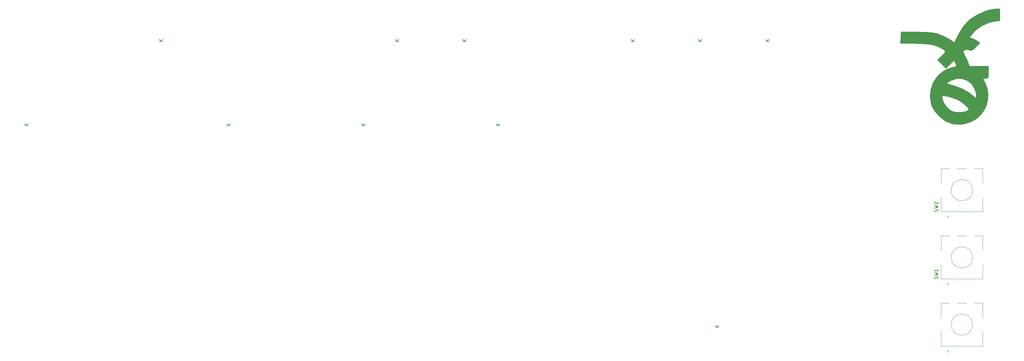
<source format=gto>
G04 #@! TF.GenerationSoftware,KiCad,Pcbnew,(5.1.5)-3*
G04 #@! TF.CreationDate,2020-07-17T15:38:34-06:00*
G04 #@! TF.ProjectId,fernet,6665726e-6574-42e6-9b69-6361645f7063,rev?*
G04 #@! TF.SameCoordinates,Original*
G04 #@! TF.FileFunction,Legend,Top*
G04 #@! TF.FilePolarity,Positive*
%FSLAX46Y46*%
G04 Gerber Fmt 4.6, Leading zero omitted, Abs format (unit mm)*
G04 Created by KiCad (PCBNEW (5.1.5)-3) date 2020-07-17 15:38:34*
%MOMM*%
%LPD*%
G04 APERTURE LIST*
%ADD10C,0.010000*%
%ADD11C,0.120000*%
%ADD12C,0.150000*%
%ADD13C,3.987800*%
%ADD14C,1.750000*%
%ADD15C,3.048000*%
%ADD16R,1.524000X1.524000*%
%ADD17R,2.000000X2.000000*%
%ADD18C,2.000000*%
%ADD19O,2.000000X3.200000*%
%ADD20R,1.600000X1.600000*%
%ADD21C,1.600000*%
G04 APERTURE END LIST*
D10*
G36*
X335516316Y-24324464D02*
G01*
X334114994Y-24490429D01*
X332330998Y-24928547D01*
X330540745Y-25770928D01*
X328925175Y-26920934D01*
X328154876Y-27673640D01*
X326908056Y-29060405D01*
X327669554Y-29307799D01*
X328449119Y-29648289D01*
X329188566Y-30085857D01*
X329946080Y-30616521D01*
X328793524Y-31790891D01*
X327980523Y-32519545D01*
X327406641Y-32811048D01*
X327233905Y-32795981D01*
X326448191Y-32531435D01*
X325912066Y-32547791D01*
X325535295Y-32753577D01*
X325265494Y-32993644D01*
X325210970Y-33270642D01*
X325387737Y-33738971D01*
X325700181Y-34343382D01*
X326148438Y-35243312D01*
X326528031Y-36101084D01*
X326643609Y-36403318D01*
X326932710Y-37232632D01*
X332307895Y-37232632D01*
X332307895Y-38970527D01*
X332298655Y-39904014D01*
X332235577Y-40423856D01*
X332065620Y-40651146D01*
X331735745Y-40706974D01*
X331546673Y-40708421D01*
X330785451Y-40708421D01*
X331476313Y-42104399D01*
X331998105Y-43666030D01*
X332190693Y-45441868D01*
X332050505Y-47221966D01*
X331589563Y-48762201D01*
X330498031Y-50560784D01*
X329042172Y-51997174D01*
X327287584Y-53026621D01*
X325299865Y-53604378D01*
X324343334Y-53705257D01*
X323310246Y-53719850D01*
X322404592Y-53668019D01*
X321880526Y-53575459D01*
X320122140Y-52768238D01*
X318531866Y-51605121D01*
X317220827Y-50190702D01*
X316300145Y-48629578D01*
X316117583Y-48151015D01*
X315752815Y-46239802D01*
X315768351Y-45965818D01*
X319220884Y-45965818D01*
X319296948Y-46579477D01*
X319321620Y-46717460D01*
X319711925Y-47704125D01*
X320436518Y-48714790D01*
X321339062Y-49560776D01*
X322009240Y-49961088D01*
X323174987Y-50258174D01*
X324528947Y-50293371D01*
X325789907Y-50060891D01*
X325851155Y-50040161D01*
X326423628Y-49766406D01*
X326690612Y-49492564D01*
X326693158Y-49470152D01*
X326484526Y-49065644D01*
X325937969Y-48485490D01*
X325172499Y-47831810D01*
X324307126Y-47206726D01*
X323505038Y-46734498D01*
X322752967Y-46417233D01*
X321819059Y-46110177D01*
X320851630Y-45850505D01*
X319998997Y-45675390D01*
X319409476Y-45622007D01*
X319241590Y-45665916D01*
X319220884Y-45965818D01*
X315768351Y-45965818D01*
X315864130Y-44276794D01*
X316420298Y-42379244D01*
X316572916Y-42109375D01*
X320425337Y-42109375D01*
X322437641Y-42689782D01*
X324831363Y-43579460D01*
X326894127Y-44794263D01*
X327762632Y-45475709D01*
X328698421Y-46271068D01*
X328783735Y-45474477D01*
X328710479Y-44729927D01*
X328415749Y-43799000D01*
X328248998Y-43428803D01*
X327336605Y-42128406D01*
X326146125Y-41243128D01*
X324763616Y-40796500D01*
X323275136Y-40812053D01*
X321766743Y-41313319D01*
X321353458Y-41543360D01*
X320425337Y-42109375D01*
X316572916Y-42109375D01*
X317390088Y-40664402D01*
X318414178Y-39528541D01*
X319487733Y-38696677D01*
X320639122Y-38028662D01*
X321706090Y-37608251D01*
X322332642Y-37505872D01*
X322932801Y-37366278D01*
X323099915Y-36940016D01*
X322906214Y-36307516D01*
X322588267Y-35609697D01*
X321432291Y-36744201D01*
X320276316Y-37878705D01*
X319072161Y-36696917D01*
X317868007Y-35515129D01*
X319085667Y-34278879D01*
X319740527Y-33585947D01*
X320022836Y-33116664D01*
X319904574Y-32751816D01*
X319357721Y-32372191D01*
X318538421Y-31950561D01*
X317412465Y-31485500D01*
X316120027Y-31154618D01*
X314563257Y-30943134D01*
X312644305Y-30836266D01*
X311026187Y-30815790D01*
X307417115Y-30815790D01*
X307496716Y-29144737D01*
X307576316Y-27473684D01*
X311987895Y-27498504D01*
X314195596Y-27545810D01*
X315982850Y-27676997D01*
X317460732Y-27917400D01*
X318740320Y-28292354D01*
X319932687Y-28827196D01*
X321148911Y-29547261D01*
X321245041Y-29610000D01*
X322614818Y-30508858D01*
X323715760Y-28287065D01*
X325123660Y-26020268D01*
X326904087Y-24131858D01*
X329033793Y-22640634D01*
X331489528Y-21565393D01*
X332342910Y-21311580D01*
X333332700Y-21090316D01*
X334260879Y-20950809D01*
X334647369Y-20926331D01*
X335516316Y-20923158D01*
X335516316Y-24324464D01*
G37*
X335516316Y-24324464D02*
X334114994Y-24490429D01*
X332330998Y-24928547D01*
X330540745Y-25770928D01*
X328925175Y-26920934D01*
X328154876Y-27673640D01*
X326908056Y-29060405D01*
X327669554Y-29307799D01*
X328449119Y-29648289D01*
X329188566Y-30085857D01*
X329946080Y-30616521D01*
X328793524Y-31790891D01*
X327980523Y-32519545D01*
X327406641Y-32811048D01*
X327233905Y-32795981D01*
X326448191Y-32531435D01*
X325912066Y-32547791D01*
X325535295Y-32753577D01*
X325265494Y-32993644D01*
X325210970Y-33270642D01*
X325387737Y-33738971D01*
X325700181Y-34343382D01*
X326148438Y-35243312D01*
X326528031Y-36101084D01*
X326643609Y-36403318D01*
X326932710Y-37232632D01*
X332307895Y-37232632D01*
X332307895Y-38970527D01*
X332298655Y-39904014D01*
X332235577Y-40423856D01*
X332065620Y-40651146D01*
X331735745Y-40706974D01*
X331546673Y-40708421D01*
X330785451Y-40708421D01*
X331476313Y-42104399D01*
X331998105Y-43666030D01*
X332190693Y-45441868D01*
X332050505Y-47221966D01*
X331589563Y-48762201D01*
X330498031Y-50560784D01*
X329042172Y-51997174D01*
X327287584Y-53026621D01*
X325299865Y-53604378D01*
X324343334Y-53705257D01*
X323310246Y-53719850D01*
X322404592Y-53668019D01*
X321880526Y-53575459D01*
X320122140Y-52768238D01*
X318531866Y-51605121D01*
X317220827Y-50190702D01*
X316300145Y-48629578D01*
X316117583Y-48151015D01*
X315752815Y-46239802D01*
X315768351Y-45965818D01*
X319220884Y-45965818D01*
X319296948Y-46579477D01*
X319321620Y-46717460D01*
X319711925Y-47704125D01*
X320436518Y-48714790D01*
X321339062Y-49560776D01*
X322009240Y-49961088D01*
X323174987Y-50258174D01*
X324528947Y-50293371D01*
X325789907Y-50060891D01*
X325851155Y-50040161D01*
X326423628Y-49766406D01*
X326690612Y-49492564D01*
X326693158Y-49470152D01*
X326484526Y-49065644D01*
X325937969Y-48485490D01*
X325172499Y-47831810D01*
X324307126Y-47206726D01*
X323505038Y-46734498D01*
X322752967Y-46417233D01*
X321819059Y-46110177D01*
X320851630Y-45850505D01*
X319998997Y-45675390D01*
X319409476Y-45622007D01*
X319241590Y-45665916D01*
X319220884Y-45965818D01*
X315768351Y-45965818D01*
X315864130Y-44276794D01*
X316420298Y-42379244D01*
X316572916Y-42109375D01*
X320425337Y-42109375D01*
X322437641Y-42689782D01*
X324831363Y-43579460D01*
X326894127Y-44794263D01*
X327762632Y-45475709D01*
X328698421Y-46271068D01*
X328783735Y-45474477D01*
X328710479Y-44729927D01*
X328415749Y-43799000D01*
X328248998Y-43428803D01*
X327336605Y-42128406D01*
X326146125Y-41243128D01*
X324763616Y-40796500D01*
X323275136Y-40812053D01*
X321766743Y-41313319D01*
X321353458Y-41543360D01*
X320425337Y-42109375D01*
X316572916Y-42109375D01*
X317390088Y-40664402D01*
X318414178Y-39528541D01*
X319487733Y-38696677D01*
X320639122Y-38028662D01*
X321706090Y-37608251D01*
X322332642Y-37505872D01*
X322932801Y-37366278D01*
X323099915Y-36940016D01*
X322906214Y-36307516D01*
X322588267Y-35609697D01*
X321432291Y-36744201D01*
X320276316Y-37878705D01*
X319072161Y-36696917D01*
X317868007Y-35515129D01*
X319085667Y-34278879D01*
X319740527Y-33585947D01*
X320022836Y-33116664D01*
X319904574Y-32751816D01*
X319357721Y-32372191D01*
X318538421Y-31950561D01*
X317412465Y-31485500D01*
X316120027Y-31154618D01*
X314563257Y-30943134D01*
X312644305Y-30836266D01*
X311026187Y-30815790D01*
X307417115Y-30815790D01*
X307496716Y-29144737D01*
X307576316Y-27473684D01*
X311987895Y-27498504D01*
X314195596Y-27545810D01*
X315982850Y-27676997D01*
X317460732Y-27917400D01*
X318740320Y-28292354D01*
X319932687Y-28827196D01*
X321148911Y-29547261D01*
X321245041Y-29610000D01*
X322614818Y-30508858D01*
X323715760Y-28287065D01*
X325123660Y-26020268D01*
X326904087Y-24131858D01*
X329033793Y-22640634D01*
X331489528Y-21565393D01*
X332342910Y-21311580D01*
X333332700Y-21090316D01*
X334260879Y-20950809D01*
X334647369Y-20926331D01*
X335516316Y-20923158D01*
X335516316Y-24324464D01*
D11*
X327800000Y-72387500D02*
G75*
G03X327800000Y-72387500I-3000000J0D01*
G01*
X318900000Y-70387500D02*
X318900000Y-66287500D01*
X330700000Y-66287500D02*
X330700000Y-70387500D01*
X330700000Y-74387500D02*
X330700000Y-78487500D01*
X318900000Y-74387500D02*
X318900000Y-78487500D01*
X318900000Y-78487500D02*
X330700000Y-78487500D01*
X321000000Y-79887500D02*
X320700000Y-80187500D01*
X320700000Y-80187500D02*
X320700000Y-79587500D01*
X320700000Y-79587500D02*
X321000000Y-79887500D01*
X318900000Y-66287500D02*
X321300000Y-66287500D01*
X323500000Y-66287500D02*
X326100000Y-66287500D01*
X328300000Y-66287500D02*
X330700000Y-66287500D01*
X324300000Y-72387500D02*
X325300000Y-72387500D01*
X324800000Y-72887500D02*
X324800000Y-71887500D01*
X327800000Y-91437500D02*
G75*
G03X327800000Y-91437500I-3000000J0D01*
G01*
X318900000Y-89437500D02*
X318900000Y-85337500D01*
X330700000Y-85337500D02*
X330700000Y-89437500D01*
X330700000Y-93437500D02*
X330700000Y-97537500D01*
X318900000Y-93437500D02*
X318900000Y-97537500D01*
X318900000Y-97537500D02*
X330700000Y-97537500D01*
X321000000Y-98937500D02*
X320700000Y-99237500D01*
X320700000Y-99237500D02*
X320700000Y-98637500D01*
X320700000Y-98637500D02*
X321000000Y-98937500D01*
X318900000Y-85337500D02*
X321300000Y-85337500D01*
X323500000Y-85337500D02*
X326100000Y-85337500D01*
X328300000Y-85337500D02*
X330700000Y-85337500D01*
X324300000Y-91437500D02*
X325300000Y-91437500D01*
X324800000Y-91937500D02*
X324800000Y-90937500D01*
X324800000Y-110987500D02*
X324800000Y-109987500D01*
X324300000Y-110487500D02*
X325300000Y-110487500D01*
X328300000Y-104387500D02*
X330700000Y-104387500D01*
X323500000Y-104387500D02*
X326100000Y-104387500D01*
X318900000Y-104387500D02*
X321300000Y-104387500D01*
X320700000Y-117687500D02*
X321000000Y-117987500D01*
X320700000Y-118287500D02*
X320700000Y-117687500D01*
X321000000Y-117987500D02*
X320700000Y-118287500D01*
X318900000Y-116587500D02*
X330700000Y-116587500D01*
X318900000Y-112487500D02*
X318900000Y-116587500D01*
X330700000Y-112487500D02*
X330700000Y-116587500D01*
X330700000Y-104387500D02*
X330700000Y-108487500D01*
X318900000Y-108487500D02*
X318900000Y-104387500D01*
X327800000Y-110487500D02*
G75*
G03X327800000Y-110487500I-3000000J0D01*
G01*
D12*
X318004761Y-78420833D02*
X318052380Y-78277976D01*
X318052380Y-78039880D01*
X318004761Y-77944642D01*
X317957142Y-77897023D01*
X317861904Y-77849404D01*
X317766666Y-77849404D01*
X317671428Y-77897023D01*
X317623809Y-77944642D01*
X317576190Y-78039880D01*
X317528571Y-78230357D01*
X317480952Y-78325595D01*
X317433333Y-78373214D01*
X317338095Y-78420833D01*
X317242857Y-78420833D01*
X317147619Y-78373214D01*
X317100000Y-78325595D01*
X317052380Y-78230357D01*
X317052380Y-77992261D01*
X317100000Y-77849404D01*
X317052380Y-77516071D02*
X318052380Y-77277976D01*
X317338095Y-77087500D01*
X318052380Y-76897023D01*
X317052380Y-76658928D01*
X317147619Y-76325595D02*
X317100000Y-76277976D01*
X317052380Y-76182738D01*
X317052380Y-75944642D01*
X317100000Y-75849404D01*
X317147619Y-75801785D01*
X317242857Y-75754166D01*
X317338095Y-75754166D01*
X317480952Y-75801785D01*
X318052380Y-76373214D01*
X318052380Y-75754166D01*
X318004761Y-97470833D02*
X318052380Y-97327976D01*
X318052380Y-97089880D01*
X318004761Y-96994642D01*
X317957142Y-96947023D01*
X317861904Y-96899404D01*
X317766666Y-96899404D01*
X317671428Y-96947023D01*
X317623809Y-96994642D01*
X317576190Y-97089880D01*
X317528571Y-97280357D01*
X317480952Y-97375595D01*
X317433333Y-97423214D01*
X317338095Y-97470833D01*
X317242857Y-97470833D01*
X317147619Y-97423214D01*
X317100000Y-97375595D01*
X317052380Y-97280357D01*
X317052380Y-97042261D01*
X317100000Y-96899404D01*
X317052380Y-96566071D02*
X318052380Y-96327976D01*
X317338095Y-96137500D01*
X318052380Y-95947023D01*
X317052380Y-95708928D01*
X318052380Y-94804166D02*
X318052380Y-95375595D01*
X318052380Y-95089880D02*
X317052380Y-95089880D01*
X317195238Y-95185119D01*
X317290476Y-95280357D01*
X317338095Y-95375595D01*
X256114880Y-111249404D02*
X255114880Y-111249404D01*
X256114880Y-110677976D02*
X255543452Y-111106547D01*
X255114880Y-110677976D02*
X255686309Y-111249404D01*
X60852380Y-54099404D02*
X59852380Y-54099404D01*
X60852380Y-53527976D02*
X60280952Y-53956547D01*
X59852380Y-53527976D02*
X60423809Y-54099404D01*
X118002380Y-54099404D02*
X117002380Y-54099404D01*
X118002380Y-53527976D02*
X117430952Y-53956547D01*
X117002380Y-53527976D02*
X117573809Y-54099404D01*
X156102380Y-54099404D02*
X155102380Y-54099404D01*
X156102380Y-53527976D02*
X155530952Y-53956547D01*
X155102380Y-53527976D02*
X155673809Y-54099404D01*
X194202380Y-54099404D02*
X193202380Y-54099404D01*
X194202380Y-53527976D02*
X193630952Y-53956547D01*
X193202380Y-53527976D02*
X193773809Y-54099404D01*
X98952380Y-30286904D02*
X97952380Y-30286904D01*
X98952380Y-29715476D02*
X98380952Y-30144047D01*
X97952380Y-29715476D02*
X98523809Y-30286904D01*
X165627380Y-30286904D02*
X164627380Y-30286904D01*
X165627380Y-29715476D02*
X165055952Y-30144047D01*
X164627380Y-29715476D02*
X165198809Y-30286904D01*
X184677380Y-30286904D02*
X183677380Y-30286904D01*
X184677380Y-29715476D02*
X184105952Y-30144047D01*
X183677380Y-29715476D02*
X184248809Y-30286904D01*
X232302380Y-30286904D02*
X231302380Y-30286904D01*
X232302380Y-29715476D02*
X231730952Y-30144047D01*
X231302380Y-29715476D02*
X231873809Y-30286904D01*
X251352380Y-30286904D02*
X250352380Y-30286904D01*
X251352380Y-29715476D02*
X250780952Y-30144047D01*
X250352380Y-29715476D02*
X250923809Y-30286904D01*
X270402380Y-30286904D02*
X269402380Y-30286904D01*
X270402380Y-29715476D02*
X269830952Y-30144047D01*
X269402380Y-29715476D02*
X269973809Y-30286904D01*
%LPC*%
D13*
X286710000Y-53340000D03*
D14*
X281630000Y-53340000D03*
X291790000Y-53340000D03*
D15*
X274803750Y-46355000D03*
X298616250Y-46355000D03*
D13*
X274803750Y-61595000D03*
X298616250Y-61595000D03*
D16*
X330500000Y-61778000D03*
X330500000Y-60000000D03*
X330500000Y-58222000D03*
D17*
X322300000Y-79887500D03*
D18*
X324800000Y-79887500D03*
X327300000Y-79887500D03*
D19*
X319200000Y-72387500D03*
X330400000Y-72387500D03*
D18*
X322300000Y-65387500D03*
X327300000Y-65387500D03*
D17*
X322300000Y-98937500D03*
D18*
X324800000Y-98937500D03*
X327300000Y-98937500D03*
D19*
X319200000Y-91437500D03*
X330400000Y-91437500D03*
D18*
X322300000Y-84437500D03*
X327300000Y-84437500D03*
D20*
X20320000Y-31840000D03*
D21*
X20320000Y-24040000D03*
D14*
X282280000Y-53337500D03*
X272120000Y-53337500D03*
D13*
X277200000Y-53337500D03*
D14*
X301330000Y-53350000D03*
X291170000Y-53350000D03*
D13*
X296250000Y-53350000D03*
D20*
X305650000Y-57750000D03*
D21*
X305650000Y-49950000D03*
D20*
X253862500Y-114887500D03*
D21*
X253862500Y-107087500D03*
D20*
X211000000Y-57737500D03*
D21*
X211000000Y-49937500D03*
D20*
X39550000Y-57737500D03*
D21*
X39550000Y-49937500D03*
D20*
X58600000Y-57737500D03*
D21*
X58600000Y-49937500D03*
D20*
X77650000Y-57737500D03*
D21*
X77650000Y-49937500D03*
D20*
X96700000Y-57737500D03*
D21*
X96700000Y-49937500D03*
D20*
X115750000Y-57737500D03*
D21*
X115750000Y-49937500D03*
D20*
X134800000Y-57737500D03*
D21*
X134800000Y-49937500D03*
D20*
X153850000Y-57737500D03*
D21*
X153850000Y-49937500D03*
D20*
X172900000Y-57737500D03*
D21*
X172900000Y-49937500D03*
D20*
X191950000Y-57737500D03*
D21*
X191950000Y-49937500D03*
D20*
X211000000Y-133937500D03*
D21*
X211000000Y-126137500D03*
D20*
X58600000Y-33925000D03*
D21*
X58600000Y-26125000D03*
D20*
X77650000Y-33925000D03*
D21*
X77650000Y-26125000D03*
D20*
X96700000Y-33925000D03*
D21*
X96700000Y-26125000D03*
D20*
X115750000Y-33925000D03*
D21*
X115750000Y-26125000D03*
D20*
X144325000Y-33925000D03*
D21*
X144325000Y-26125000D03*
D20*
X163375000Y-33925000D03*
D21*
X163375000Y-26125000D03*
D20*
X182425000Y-33925000D03*
D21*
X182425000Y-26125000D03*
D20*
X201475000Y-33925000D03*
D21*
X201475000Y-26125000D03*
D20*
X230050000Y-33925000D03*
D21*
X230050000Y-26125000D03*
D20*
X249100000Y-33925000D03*
D21*
X249100000Y-26125000D03*
D20*
X268150000Y-33925000D03*
D21*
X268150000Y-26125000D03*
D20*
X287200000Y-33925000D03*
D21*
X287200000Y-26125000D03*
D20*
X240050320Y-133955620D03*
D21*
X240050320Y-126155620D03*
D20*
X311012500Y-138700000D03*
D21*
X311012500Y-130900000D03*
D20*
X291962500Y-138700000D03*
D21*
X291962500Y-130900000D03*
D20*
X272912500Y-138700000D03*
D21*
X272912500Y-130900000D03*
D20*
X77650000Y-133937500D03*
D21*
X77650000Y-126137500D03*
D20*
X49075000Y-133937500D03*
D21*
X49075000Y-126137500D03*
D20*
X20500000Y-133937500D03*
D21*
X20500000Y-126137500D03*
D20*
X291962500Y-119650000D03*
D21*
X291962500Y-111850000D03*
D20*
X315775000Y-114887500D03*
D21*
X315775000Y-107087500D03*
D20*
X234812500Y-114887500D03*
D21*
X234812500Y-107087500D03*
D20*
X215762500Y-114887500D03*
D21*
X215762500Y-107087500D03*
D20*
X196712500Y-114887500D03*
D21*
X196712500Y-107087500D03*
D20*
X177662500Y-114887500D03*
D21*
X177662500Y-107087500D03*
D20*
X158612500Y-114887500D03*
D21*
X158612500Y-107087500D03*
D20*
X139562500Y-114887500D03*
D21*
X139562500Y-107087500D03*
D20*
X120512500Y-114887500D03*
D21*
X120512500Y-107087500D03*
D20*
X101462500Y-114887500D03*
D21*
X101462500Y-107087500D03*
D20*
X82412500Y-114887500D03*
D21*
X82412500Y-107087500D03*
D20*
X63362500Y-114887500D03*
D21*
X63362500Y-107087500D03*
D20*
X20500000Y-114887500D03*
D21*
X20500000Y-107087500D03*
D20*
X315775000Y-95837500D03*
D21*
X315775000Y-88037500D03*
D20*
X263387500Y-95837500D03*
D21*
X263387500Y-88037500D03*
D20*
X244337500Y-95837500D03*
D21*
X244337500Y-88037500D03*
D20*
X225287500Y-95837500D03*
D21*
X225287500Y-88037500D03*
D20*
X206237500Y-95837500D03*
D21*
X206237500Y-88037500D03*
D20*
X187187500Y-95837500D03*
D21*
X187187500Y-88037500D03*
D20*
X168137500Y-95837500D03*
D21*
X168137500Y-88037500D03*
D20*
X149087500Y-95837500D03*
D21*
X149087500Y-88037500D03*
D20*
X130037500Y-95837500D03*
D21*
X130037500Y-88037500D03*
D20*
X110987500Y-95837500D03*
D21*
X110987500Y-88037500D03*
D20*
X91937500Y-95837500D03*
D21*
X91937500Y-88037500D03*
D20*
X72887500Y-95837500D03*
D21*
X72887500Y-88037500D03*
D20*
X53837500Y-95837500D03*
D21*
X53837500Y-88037500D03*
D20*
X20500000Y-95837500D03*
D21*
X20500000Y-88037500D03*
D20*
X315775000Y-76787500D03*
D21*
X315775000Y-68987500D03*
D20*
X277675000Y-76787500D03*
D21*
X277675000Y-68987500D03*
D20*
X258625000Y-76787500D03*
D21*
X258625000Y-68987500D03*
D20*
X239575000Y-76787500D03*
D21*
X239575000Y-68987500D03*
D20*
X220525000Y-76787500D03*
D21*
X220525000Y-68987500D03*
D20*
X201475000Y-76787500D03*
D21*
X201475000Y-68987500D03*
D20*
X182425000Y-76787500D03*
D21*
X182425000Y-68987500D03*
D20*
X163375000Y-76787500D03*
D21*
X163375000Y-68987500D03*
D20*
X144325000Y-76787500D03*
D21*
X144325000Y-68987500D03*
D20*
X125275000Y-76787500D03*
D21*
X125275000Y-68987500D03*
D20*
X106225000Y-76787500D03*
D21*
X106225000Y-68987500D03*
D20*
X87175000Y-76787500D03*
D21*
X87175000Y-68987500D03*
D20*
X68125000Y-76787500D03*
D21*
X68125000Y-68987500D03*
D20*
X49075000Y-76787500D03*
D21*
X49075000Y-68987500D03*
D20*
X20500000Y-76787500D03*
D21*
X20500000Y-68987500D03*
D20*
X268150000Y-57737500D03*
D21*
X268150000Y-49937500D03*
D20*
X249100000Y-57737500D03*
D21*
X249100000Y-49937500D03*
D20*
X230050000Y-57737500D03*
D21*
X230050000Y-49937500D03*
D20*
X20500000Y-54540000D03*
D21*
X20500000Y-46740000D03*
D13*
X200975000Y-121282500D03*
X86675000Y-121282500D03*
D15*
X200975000Y-136522500D03*
X86675000Y-136522500D03*
D14*
X148905000Y-129537500D03*
X138745000Y-129537500D03*
D13*
X143825000Y-129537500D03*
D14*
X41748750Y-91437500D03*
X31588750Y-91437500D03*
D13*
X36668750Y-91437500D03*
X296225000Y-99692500D03*
X272412500Y-99692500D03*
D15*
X296225000Y-84452500D03*
X272412500Y-84452500D03*
D14*
X289398750Y-91437500D03*
X279238750Y-91437500D03*
D13*
X284318750Y-91437500D03*
X53337500Y-118742500D03*
X29525000Y-118742500D03*
D15*
X53337500Y-103502500D03*
X29525000Y-103502500D03*
D14*
X46511250Y-110487500D03*
X36351250Y-110487500D03*
D13*
X41431250Y-110487500D03*
D14*
X39367500Y-72387500D03*
X29207500Y-72387500D03*
D13*
X34287500Y-72387500D03*
D14*
X296542500Y-72387500D03*
X286382500Y-72387500D03*
D13*
X291462500Y-72387500D03*
D14*
X39367500Y-129537500D03*
X29207500Y-129537500D03*
D13*
X34287500Y-129537500D03*
D14*
X67942500Y-129537500D03*
X57782500Y-129537500D03*
D13*
X62862500Y-129537500D03*
D14*
X34605000Y-29525000D03*
X24445000Y-29525000D03*
D13*
X29525000Y-29525000D03*
D14*
X72705000Y-29525000D03*
X62545000Y-29525000D03*
D13*
X67625000Y-29525000D03*
D14*
X91755000Y-29525000D03*
X81595000Y-29525000D03*
D13*
X86675000Y-29525000D03*
D14*
X110805000Y-29525000D03*
X100645000Y-29525000D03*
D13*
X105725000Y-29525000D03*
D14*
X129855000Y-29525000D03*
X119695000Y-29525000D03*
D13*
X124775000Y-29525000D03*
D14*
X158430000Y-29525000D03*
X148270000Y-29525000D03*
D13*
X153350000Y-29525000D03*
D14*
X177480000Y-29525000D03*
X167320000Y-29525000D03*
D13*
X172400000Y-29525000D03*
D14*
X196530000Y-29525000D03*
X186370000Y-29525000D03*
D13*
X191450000Y-29525000D03*
D14*
X215580000Y-29525000D03*
X205420000Y-29525000D03*
D13*
X210500000Y-29525000D03*
D14*
X244155000Y-29525000D03*
X233995000Y-29525000D03*
D13*
X239075000Y-29525000D03*
D14*
X263205000Y-29525000D03*
X253045000Y-29525000D03*
D13*
X258125000Y-29525000D03*
D14*
X282255000Y-29525000D03*
X272095000Y-29525000D03*
D13*
X277175000Y-29525000D03*
D14*
X301305000Y-29525000D03*
X291145000Y-29525000D03*
D13*
X296225000Y-29525000D03*
D14*
X34605000Y-53337500D03*
X24445000Y-53337500D03*
D13*
X29525000Y-53337500D03*
D14*
X53655000Y-53337500D03*
X43495000Y-53337500D03*
D13*
X48575000Y-53337500D03*
D14*
X72705000Y-53337500D03*
X62545000Y-53337500D03*
D13*
X67625000Y-53337500D03*
D14*
X91755000Y-53337500D03*
X81595000Y-53337500D03*
D13*
X86675000Y-53337500D03*
D14*
X110805000Y-53337500D03*
X100645000Y-53337500D03*
D13*
X105725000Y-53337500D03*
D14*
X129855000Y-53337500D03*
X119695000Y-53337500D03*
D13*
X124775000Y-53337500D03*
D14*
X148905000Y-53337500D03*
X138745000Y-53337500D03*
D13*
X143825000Y-53337500D03*
D14*
X167955000Y-53337500D03*
X157795000Y-53337500D03*
D13*
X162875000Y-53337500D03*
D14*
X187005000Y-53337500D03*
X176845000Y-53337500D03*
D13*
X181925000Y-53337500D03*
D14*
X206055000Y-53337500D03*
X195895000Y-53337500D03*
D13*
X200975000Y-53337500D03*
D14*
X225105000Y-53337500D03*
X214945000Y-53337500D03*
D13*
X220025000Y-53337500D03*
D14*
X244155000Y-53337500D03*
X233995000Y-53337500D03*
D13*
X239075000Y-53337500D03*
D14*
X263205000Y-53337500D03*
X253045000Y-53337500D03*
D13*
X258125000Y-53337500D03*
D14*
X63180000Y-72387500D03*
X53020000Y-72387500D03*
D13*
X58100000Y-72387500D03*
D14*
X82230000Y-72387500D03*
X72070000Y-72387500D03*
D13*
X77150000Y-72387500D03*
D14*
X101280000Y-72387500D03*
X91120000Y-72387500D03*
D13*
X96200000Y-72387500D03*
D14*
X120330000Y-72387500D03*
X110170000Y-72387500D03*
D13*
X115250000Y-72387500D03*
D14*
X139380000Y-72387500D03*
X129220000Y-72387500D03*
D13*
X134300000Y-72387500D03*
D14*
X158430000Y-72387500D03*
X148270000Y-72387500D03*
D13*
X153350000Y-72387500D03*
D14*
X177480000Y-72387500D03*
X167320000Y-72387500D03*
D13*
X172400000Y-72387500D03*
D14*
X196530000Y-72387500D03*
X186370000Y-72387500D03*
D13*
X191450000Y-72387500D03*
D14*
X215580000Y-72387500D03*
X205420000Y-72387500D03*
D13*
X210500000Y-72387500D03*
D14*
X234630000Y-72387500D03*
X224470000Y-72387500D03*
D13*
X229550000Y-72387500D03*
D14*
X253680000Y-72387500D03*
X243520000Y-72387500D03*
D13*
X248600000Y-72387500D03*
D14*
X272730000Y-72387500D03*
X262570000Y-72387500D03*
D13*
X267650000Y-72387500D03*
D14*
X329880000Y-72387500D03*
X319720000Y-72387500D03*
D13*
X324800000Y-72387500D03*
D14*
X67942500Y-91437500D03*
X57782500Y-91437500D03*
D13*
X62862500Y-91437500D03*
D14*
X86992500Y-91437500D03*
X76832500Y-91437500D03*
D13*
X81912500Y-91437500D03*
D14*
X106042500Y-91437500D03*
X95882500Y-91437500D03*
D13*
X100962500Y-91437500D03*
D14*
X125092500Y-91437500D03*
X114932500Y-91437500D03*
D13*
X120012500Y-91437500D03*
D14*
X144142500Y-91437500D03*
X133982500Y-91437500D03*
D13*
X139062500Y-91437500D03*
D14*
X163192500Y-91437500D03*
X153032500Y-91437500D03*
D13*
X158112500Y-91437500D03*
D14*
X182242500Y-91437500D03*
X172082500Y-91437500D03*
D13*
X177162500Y-91437500D03*
D14*
X201292500Y-91437500D03*
X191132500Y-91437500D03*
D13*
X196212500Y-91437500D03*
D14*
X220342500Y-91437500D03*
X210182500Y-91437500D03*
D13*
X215262500Y-91437500D03*
D14*
X239392500Y-91437500D03*
X229232500Y-91437500D03*
D13*
X234312500Y-91437500D03*
D14*
X258442500Y-91437500D03*
X248282500Y-91437500D03*
D13*
X253362500Y-91437500D03*
D14*
X329880000Y-91437500D03*
X319720000Y-91437500D03*
D13*
X324800000Y-91437500D03*
D14*
X77467500Y-110487500D03*
X67307500Y-110487500D03*
D13*
X72387500Y-110487500D03*
D14*
X96517500Y-110487500D03*
X86357500Y-110487500D03*
D13*
X91437500Y-110487500D03*
D14*
X115567500Y-110487500D03*
X105407500Y-110487500D03*
D13*
X110487500Y-110487500D03*
D14*
X134617500Y-110487500D03*
X124457500Y-110487500D03*
D13*
X129537500Y-110487500D03*
D14*
X153667500Y-110487500D03*
X143507500Y-110487500D03*
D13*
X148587500Y-110487500D03*
D14*
X172717500Y-110487500D03*
X162557500Y-110487500D03*
D13*
X167637500Y-110487500D03*
D14*
X191767500Y-110487500D03*
X181607500Y-110487500D03*
D13*
X186687500Y-110487500D03*
D14*
X210817500Y-110487500D03*
X200657500Y-110487500D03*
D13*
X205737500Y-110487500D03*
D14*
X229867500Y-110487500D03*
X219707500Y-110487500D03*
D13*
X224787500Y-110487500D03*
D14*
X248917500Y-110487500D03*
X238757500Y-110487500D03*
D13*
X243837500Y-110487500D03*
D14*
X329880000Y-110487500D03*
X319720000Y-110487500D03*
D13*
X324800000Y-110487500D03*
D14*
X306067500Y-115250000D03*
X295907500Y-115250000D03*
D13*
X300987500Y-115250000D03*
D14*
X287017500Y-134300000D03*
X276857500Y-134300000D03*
D13*
X281937500Y-134300000D03*
D14*
X306067500Y-134300000D03*
X295907500Y-134300000D03*
D13*
X300987500Y-134300000D03*
D14*
X325117500Y-134300000D03*
X314957500Y-134300000D03*
D13*
X320037500Y-134300000D03*
D18*
X327300000Y-103487500D03*
X322300000Y-103487500D03*
D19*
X330400000Y-110487500D03*
X319200000Y-110487500D03*
D18*
X327300000Y-117987500D03*
X324800000Y-117987500D03*
D17*
X322300000Y-117987500D03*
D14*
X229867500Y-129537500D03*
X219707500Y-129537500D03*
D13*
X224787500Y-129537500D03*
X270031250Y-110487500D03*
D14*
X264951250Y-110487500D03*
X275111250Y-110487500D03*
D13*
X253357380Y-129565400D03*
D14*
X248277380Y-129565400D03*
X258437380Y-129565400D03*
M02*

</source>
